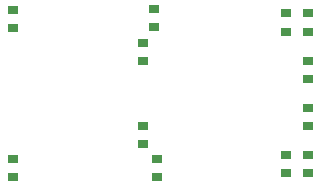
<source format=gbr>
G04 #@! TF.FileFunction,Paste,Bot*
%FSLAX46Y46*%
G04 Gerber Fmt 4.6, Leading zero omitted, Abs format (unit mm)*
G04 Created by KiCad (PCBNEW 4.0.6-e0-6349~53~ubuntu14.04.1) date Tue Mar 28 14:35:03 2017*
%MOMM*%
%LPD*%
G01*
G04 APERTURE LIST*
%ADD10C,0.100000*%
%ADD11R,0.864000X0.787000*%
G04 APERTURE END LIST*
D10*
D11*
X147200000Y-86525500D03*
X147200000Y-88074500D03*
X135000000Y-86525500D03*
X135000000Y-88074500D03*
X135000000Y-75474500D03*
X135000000Y-73925500D03*
X147000000Y-75374500D03*
X147000000Y-73825500D03*
X158100000Y-86225500D03*
X158100000Y-87774500D03*
X146000000Y-83725500D03*
X146000000Y-85274500D03*
X146000000Y-78274500D03*
X146000000Y-76725500D03*
X158100000Y-75774500D03*
X158100000Y-74225500D03*
X160000000Y-87774500D03*
X160000000Y-86225500D03*
X160000000Y-83774500D03*
X160000000Y-82225500D03*
X160000000Y-78225500D03*
X160000000Y-79774500D03*
X160000000Y-74225500D03*
X160000000Y-75774500D03*
M02*

</source>
